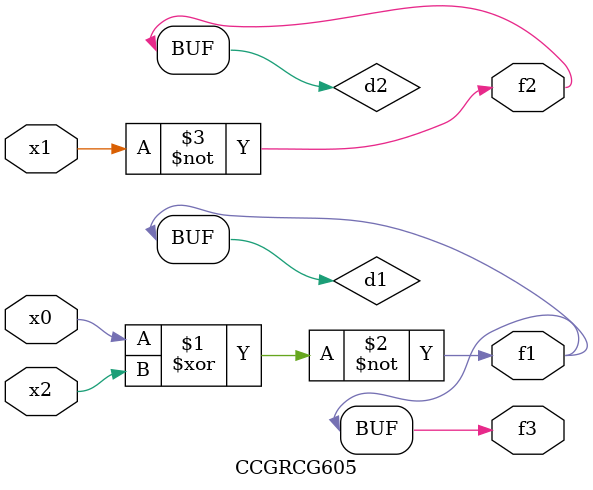
<source format=v>
module CCGRCG605(
	input x0, x1, x2,
	output f1, f2, f3
);

	wire d1, d2, d3;

	xnor (d1, x0, x2);
	nand (d2, x1);
	nor (d3, x1, x2);
	assign f1 = d1;
	assign f2 = d2;
	assign f3 = d1;
endmodule

</source>
